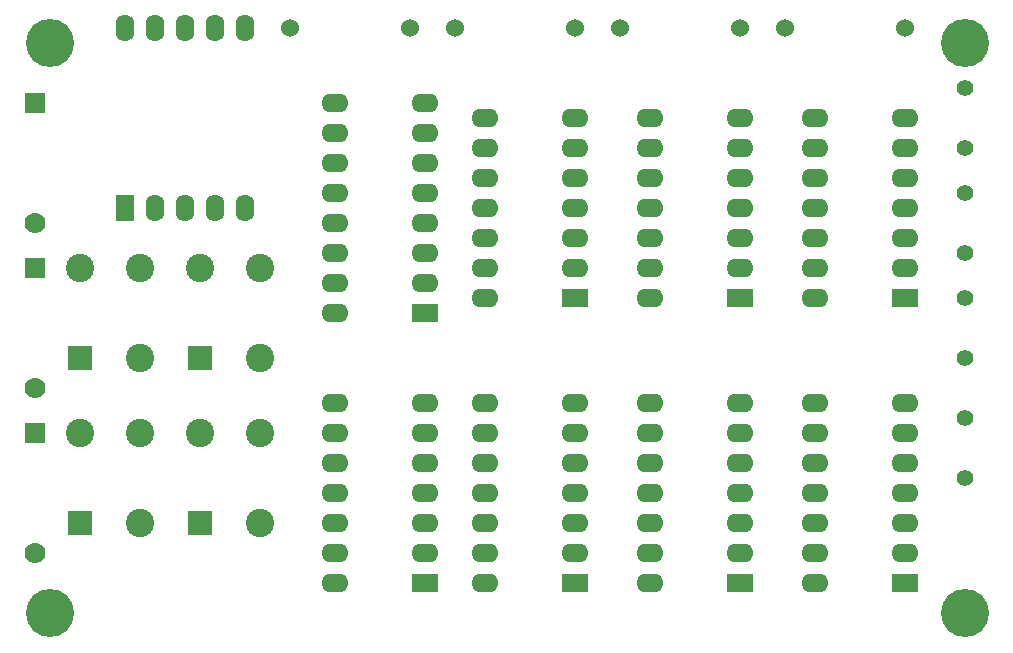
<source format=gbs>
G04 (created by PCBNEW (2013-07-07 BZR 4022)-stable) date 17-11-2017 21:30:10*
%MOIN*%
G04 Gerber Fmt 3.4, Leading zero omitted, Abs format*
%FSLAX34Y34*%
G01*
G70*
G90*
G04 APERTURE LIST*
%ADD10C,0.00590551*%
%ADD11C,0.06*%
%ADD12R,0.09X0.062*%
%ADD13O,0.09X0.062*%
%ADD14C,0.07*%
%ADD15R,0.07X0.07*%
%ADD16C,0.055*%
%ADD17R,0.0787X0.0787*%
%ADD18C,0.0945*%
%ADD19R,0.062X0.09*%
%ADD20O,0.062X0.09*%
%ADD21C,0.16*%
G04 APERTURE END LIST*
G54D10*
G54D11*
X52500Y-23000D03*
X56500Y-23000D03*
X73000Y-23000D03*
X69000Y-23000D03*
X67500Y-23000D03*
X63500Y-23000D03*
X62000Y-23000D03*
X58000Y-23000D03*
G54D12*
X57000Y-32500D03*
G54D13*
X57000Y-31500D03*
X57000Y-30500D03*
X57000Y-29500D03*
X57000Y-28500D03*
X57000Y-27500D03*
X57000Y-26500D03*
X57000Y-25500D03*
X54000Y-25500D03*
X54000Y-26500D03*
X54000Y-27500D03*
X54000Y-28500D03*
X54000Y-29500D03*
X54000Y-30500D03*
X54000Y-31500D03*
X54000Y-32500D03*
G54D12*
X62000Y-32000D03*
G54D13*
X62000Y-31000D03*
X62000Y-30000D03*
X62000Y-29000D03*
X62000Y-28000D03*
X62000Y-27000D03*
X62000Y-26000D03*
X59000Y-26000D03*
X59000Y-27000D03*
X59000Y-28000D03*
X59000Y-29000D03*
X59000Y-30000D03*
X59000Y-31000D03*
X59000Y-32000D03*
G54D12*
X57000Y-41500D03*
G54D13*
X57000Y-40500D03*
X57000Y-39500D03*
X57000Y-38500D03*
X57000Y-37500D03*
X57000Y-36500D03*
X57000Y-35500D03*
X54000Y-35500D03*
X54000Y-36500D03*
X54000Y-37500D03*
X54000Y-38500D03*
X54000Y-39500D03*
X54000Y-40500D03*
X54000Y-41500D03*
G54D12*
X67500Y-32000D03*
G54D13*
X67500Y-31000D03*
X67500Y-30000D03*
X67500Y-29000D03*
X67500Y-28000D03*
X67500Y-27000D03*
X67500Y-26000D03*
X64500Y-26000D03*
X64500Y-27000D03*
X64500Y-28000D03*
X64500Y-29000D03*
X64500Y-30000D03*
X64500Y-31000D03*
X64500Y-32000D03*
G54D12*
X73000Y-41500D03*
G54D13*
X73000Y-40500D03*
X73000Y-39500D03*
X73000Y-38500D03*
X73000Y-37500D03*
X73000Y-36500D03*
X73000Y-35500D03*
X70000Y-35500D03*
X70000Y-36500D03*
X70000Y-37500D03*
X70000Y-38500D03*
X70000Y-39500D03*
X70000Y-40500D03*
X70000Y-41500D03*
G54D12*
X67500Y-41500D03*
G54D13*
X67500Y-40500D03*
X67500Y-39500D03*
X67500Y-38500D03*
X67500Y-37500D03*
X67500Y-36500D03*
X67500Y-35500D03*
X64500Y-35500D03*
X64500Y-36500D03*
X64500Y-37500D03*
X64500Y-38500D03*
X64500Y-39500D03*
X64500Y-40500D03*
X64500Y-41500D03*
G54D12*
X62000Y-41500D03*
G54D13*
X62000Y-40500D03*
X62000Y-39500D03*
X62000Y-38500D03*
X62000Y-37500D03*
X62000Y-36500D03*
X62000Y-35500D03*
X59000Y-35500D03*
X59000Y-36500D03*
X59000Y-37500D03*
X59000Y-38500D03*
X59000Y-39500D03*
X59000Y-40500D03*
X59000Y-41500D03*
G54D12*
X73000Y-32000D03*
G54D13*
X73000Y-31000D03*
X73000Y-30000D03*
X73000Y-29000D03*
X73000Y-28000D03*
X73000Y-27000D03*
X73000Y-26000D03*
X70000Y-26000D03*
X70000Y-27000D03*
X70000Y-28000D03*
X70000Y-29000D03*
X70000Y-30000D03*
X70000Y-31000D03*
X70000Y-32000D03*
G54D14*
X44000Y-29500D03*
G54D15*
X44000Y-25500D03*
G54D14*
X44000Y-35000D03*
G54D15*
X44000Y-31000D03*
G54D14*
X44000Y-40500D03*
G54D15*
X44000Y-36500D03*
G54D16*
X75000Y-34000D03*
X75000Y-32000D03*
X75000Y-27000D03*
X75000Y-25000D03*
X75000Y-38000D03*
X75000Y-36000D03*
X75000Y-30500D03*
X75000Y-28500D03*
G54D17*
X45500Y-34000D03*
G54D18*
X47500Y-34000D03*
X47500Y-31000D03*
X45500Y-31000D03*
G54D17*
X49500Y-34000D03*
G54D18*
X51500Y-34000D03*
X51500Y-31000D03*
X49500Y-31000D03*
G54D17*
X45500Y-39500D03*
G54D18*
X47500Y-39500D03*
X47500Y-36500D03*
X45500Y-36500D03*
G54D17*
X49500Y-39500D03*
G54D18*
X51500Y-39500D03*
X51500Y-36500D03*
X49500Y-36500D03*
G54D19*
X47000Y-29000D03*
G54D20*
X48000Y-29000D03*
X49000Y-29000D03*
X50000Y-29000D03*
X51000Y-29000D03*
X51000Y-23000D03*
X50000Y-23000D03*
X49000Y-23000D03*
X48000Y-23000D03*
X47000Y-23000D03*
G54D21*
X75000Y-42500D03*
X44500Y-42500D03*
X75000Y-23500D03*
X44500Y-23500D03*
M02*

</source>
